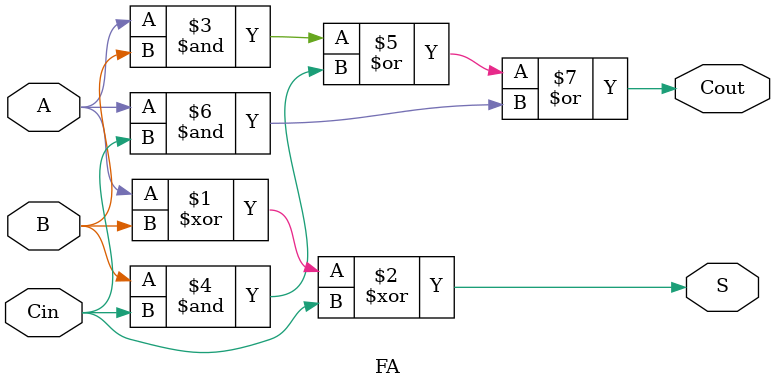
<source format=v>
module FA(Cout, S, A, B, Cin);
output Cout, S;
input A, B, Cin;

xor X1(S, A, B, Cin);

assign Cout = (A&B)|(B&Cin)|(A&Cin);


endmodule
</source>
